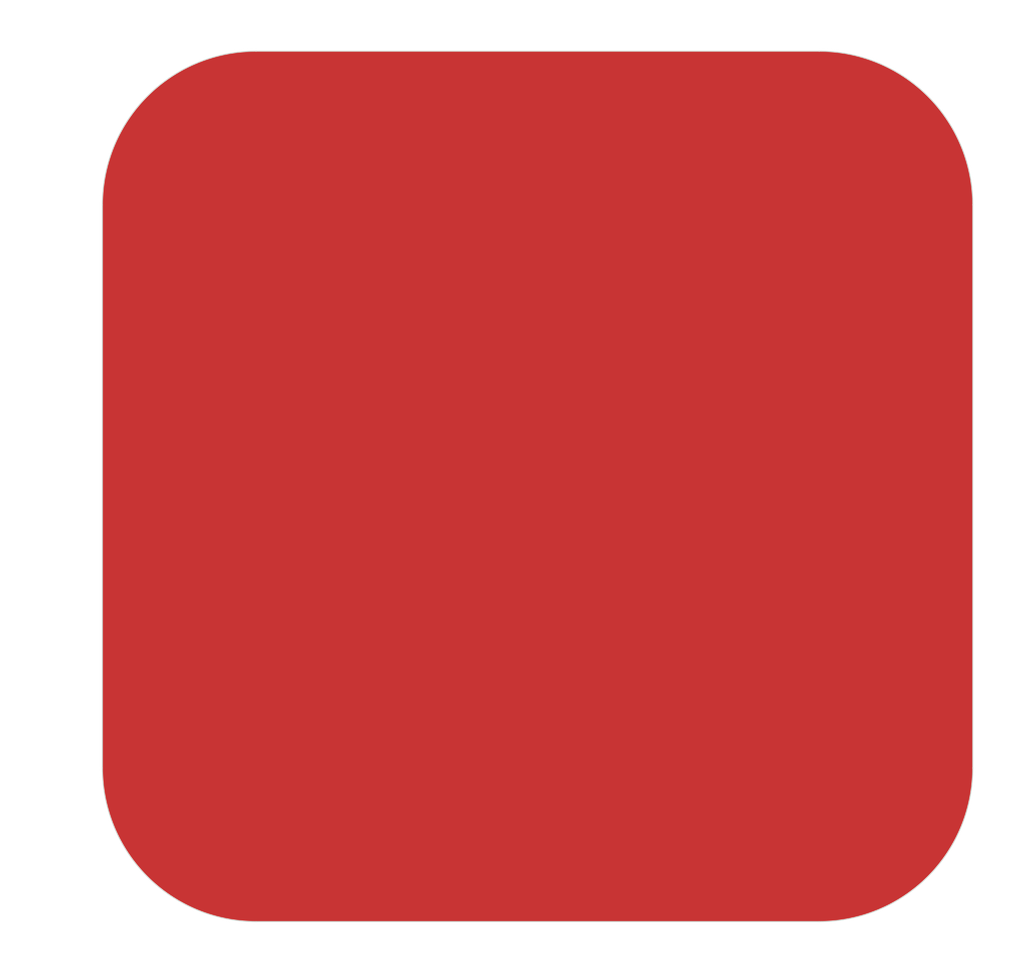
<source format=kicad_pcb>
(kicad_pcb (version 20221018) (generator pcbnew)
  (layers (0 "F.Cu" signal) (31 "B.Cu" signal) (34 "B.Paste" user) (35 "F.Paste" user) (36 "B.SilkS" user "B.Silkscreen") (37 "F.SilkS" user "F.Silkscreen") (38 "B.Mask" user) (39 "F.Mask" user) (44 "Edge.Cuts" user))
  (net 0 "")
  (footprint "LOGO" (layer "F.Cu") (at 109.26 109.26)
    (fp_text reference "G***" hide)
    (fp_text value "LOGO" hide)
  )
  (gr_arc (start 66.04 81.28) (mid 70.503693 70.503693) (end 81.28 66.04) (stroke (width 0.1)) (layer "Edge.Cuts"))
  (gr_arc (start 152.4 137.16) (mid 147.936307 147.936307) (end 137.16 152.4) (stroke (width 0.1)) (layer "Edge.Cuts"))
  (gr_line (start 66.04 81.28) (end 66.04 137.16) (stroke (width 0.1)) (layer "Edge.Cuts"))
  (gr_arc (start 137.16 66.04) (mid 147.936307 70.503693) (end 152.4 81.28) (stroke (width 0.1)) (layer "Edge.Cuts"))
  (gr_line (start 81.28 66.04) (end 137.16 66.04) (stroke (width 0.1)) (layer "Edge.Cuts"))
  (gr_arc (start 81.28 152.4) (mid 70.503693 147.936307) (end 66.04 137.16) (stroke (width 0.1)) (layer "Edge.Cuts"))
  (gr_line (start 81.28 152.4) (end 137.16 152.4) (stroke (width 0.1)) (layer "Edge.Cuts"))
  (gr_line (start 152.4 137.16) (end 152.4 81.28) (stroke (width 0.1)) (layer "Edge.Cuts"))
  (zone (net 0) (net_name "") (layer "F.Cu") (connect_pads (clearance 0.5)) (min_thickness 0.25) (fill yes (thermal_gap 0.5) (thermal_bridge_width 0.5) (smoothing fillet) (radius 55) (island_removal_mode 1) (island_area_min 10))
    (polygon (pts (xy 55.88 60.96) (xy 55.88 157.48) (xy 157.48 157.48) (xy 157.48 60.96)))
  )
)
</source>
